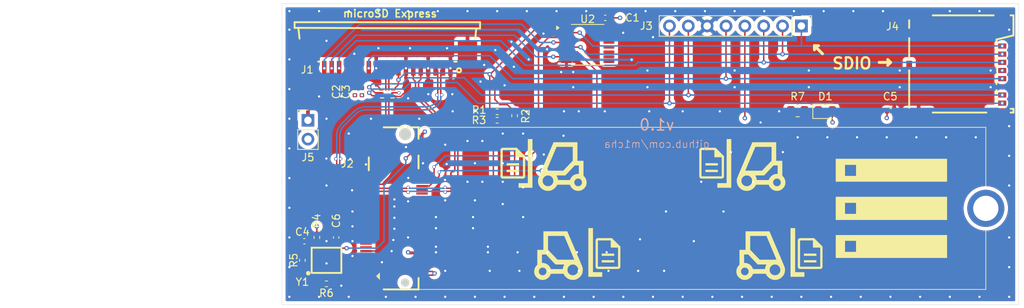
<source format=kicad_pcb>
(kicad_pcb (version 20241229) (generator "pcbnew") (generator_version "9.0")
  (layers (0 "F.Cu" signal) (4 "In1.Cu" power "In1.GND.Cu") (6 "In2.Cu" power "In2.VCC.Cu") (8 "In3.Cu" power "In3.VCC.Cu") (10 "In4.Cu" power "In4.GND.Cu") (2 "B.Cu" signal) (13 "F.Paste" user) (15 "B.Paste" user) (5 "F.SilkS" user "F.Silkscreen") (7 "B.SilkS" user "B.Silkscreen") (1 "F.Mask" user) (3 "B.Mask" user) (25 "Edge.Cuts" user))
  (net 0 "")
  (net 1 "+3V3")
  (net 2 "GND")
  (net 3 "Net-(Y1-VDD)")
  (net 4 "Net-(D1-K)")
  (net 5 "CMD")
  (net 6 "DAT2")
  (net 7 "CLK")
  (net 8 "DAT0")
  (net 9 "DAT3{slash}CD")
  (net 10 "DAT1")
  (net 11 "+1V8")
  (net 12 "PCIe_RX-")
  (net 13 "~{CLKREQ}{slash}DAT2")
  (net 14 "PCIe_TX+")
  (net 15 "~{PERST}{slash}DAT3{slash}CD")
  (net 16 "PCIe_TX-")
  (net 17 "PCIe_RX+")
  (net 18 "Net-(J2-VIO_1.8V)")
  (net 19 "Net-(J2-DEVSLP)")
  (net 20 "~{LED1}")
  (net 21 "REFCLK+")
  (net 22 "REFCLK-")
  (net 23 "~{CLKREQ}")
  (net 24 "~{PERST}")
  (net 25 "SUSCLK")
  (net 58 "DATx{slash}REFCLK+")
  (net 59 "DATx{slash}REFCLK-")
  (net 65 "unconnected-(U2-S3B-Pad10)")
  (net 68 "Net-(Y1-Tri-state)")
  (net 69 "Net-(J5-Pin_1)")
  (footprint "Capacitor_SMD:C_0402_1005Metric" (layer "F.Cu") (at 162.02 88)
    (property "Reference" "C5")
    (property "Value" "0.1uF")
  )
  (footprint "Resistor_SMD:R_0402_1005Metric" (layer "F.Cu") (at 84.7 105 -90)
    (property "Reference" "R4")
    (property "Value" "0")
  )
  (footprint "Capacitor_SMD:C_0402_1005Metric" (layer "F.Cu") (at 90.77 85.35 90)
    (property "Reference" "C3")
    (property "Value" "0.1uF" (hide yes))
  )
  (footprint "Resistor_SMD:R_0402_1005Metric" (layer "F.Cu") (at 111.35 88.59 -90)
    (property "Reference" "R2")
    (property "Value" "0")
  )
  (footprint "LOGO" (layer "F.Cu") (at 137.900332 94.99)
    (property "Reference" "G***" (hide yes))
    (property "Value" "LOGO" (hide yes))
  )
  (footprint "m1cha:CONN-SMD_APCI0146-P001A" (layer "F.Cu") (at 95.1 101.08 90)
    (property "Reference" "J2")
    (property "Value" "Bus_M.2_Socket_M")
    (fp_circle (center 10 1.5) (end 10.8 1.5) (stroke (width 0.05)) (fill yes) (layer "Edge.Cuts"))
    (fp_circle (center -10 1.5) (end -9.45 1.5) (stroke (width 0.05)) (fill yes) (layer "Edge.Cuts"))
  )
  (footprint "m1cha:TMUXHS221NKGT" (layer "F.Cu") (at 94.2 85.5 180)
    (property "Reference" "U1" (hide yes))
    (property "Value" "~" (hide yes))
  )
  (footprint "Resistor_SMD:R_0402_1005Metric" (layer "F.Cu") (at 85.99 111.25 180)
    (property "Reference" "R6")
    (property "Value" "0")
  )
  (footprint "Connector_PinHeader_2.54mm:PinHeader_1x02_P2.54mm_Vertical" (layer "F.Cu") (at 83.5 89.21)
    (property "Reference" "J5")
    (property "Value" "Conn_01x02_Pin")
  )
  (footprint "Resistor_SMD:R_0402_1005Metric" (layer "F.Cu") (at 82.75 108.08 90)
    (property "Reference" "R5")
    (property "Value" "0")
  )
  (footprint "LOGO" (layer "F.Cu") (at 118.57 107.08)
    (property "Reference" "G***" (hide yes))
    (property "Value" "LOGO" (hide yes))
  )
  (footprint "m1cha:FPC-SMD_18P-P1.00_JS_AFA07-S18XXX" (layer "F.Cu") (at 94.2 81.075 180)
    (property "Reference" "J1")
    (property "Value" "~")
  )
  (footprint "Capacitor_SMD:C_0402_1005Metric" (layer "F.Cu") (at 123.56 75.41 180)
    (property "Reference" "C1")
    (property "Value" "0.1uF")
  )
  (footprint "Capacitor_SMD:C_0402_1005Metric" (layer "F.Cu") (at 87.3 105 90)
    (property "Reference" "C6")
    (property "Value" "15pF")
  )
  (footprint "LOGO" (layer "F.Cu") (at 123.93346 107.17)
    (property "Reference" "G***" (hide yes))
    (property "Value" "LOGO" (hide yes))
  )
  (footprint "Capacitor_SMD:C_0402_1005Metric" (layer "F.Cu") (at 89.826368 85.35 90)
    (property "Reference" "C2")
    (property "Value" "1uF" (hide yes))
  )
  (footprint "LOGO" (layer "F.Cu") (at 162.13 101.08)
    (property "Reference" "G***" (hide yes))
    (property "Value" "LOGO" (hide yes))
  )
  (footprint "Resistor_SMD:R_0805_2012Metric" (layer "F.Cu") (at 149.49 88 180)
    (property "Reference" "R7")
    (property "Value" "25")
  )
  (footprint "Connector_PinHeader_2.54mm:PinHeader_1x08_P2.54mm_Vertical" (layer "F.Cu") (at 150 76.5 -90)
    (property "Reference" "J3")
    (property "Value" "~")
  )
  (footprint "Resistor_SMD:R_0402_1005Metric" (layer "F.Cu") (at 109 89.21 180)
    (property "Reference" "R3")
    (property "Value" "10K")
  )
  (footprint "Package_SO:TSSOP-16_4.4x5mm_P0.65mm" (layer "F.Cu") (at 121.1975 79.025)
    (property "Reference" "U2")
    (property "Value" "~")
  )
  (footprint "LOGO" (layer "F.Cu") (at 143.263792 95.08)
    (property "Reference" "G***" (hide yes))
    (property "Value" "LOGO" (hide yes))
  )
  (footprint "Resistor_SMD:R_0402_1005Metric" (layer "F.Cu") (at 109 88.07)
    (property "Reference" "R1")
    (property "Value" "10K" (hide yes))
  )
  (footprint "LOGO" (layer "F.Cu") (at 116.47346 95.08)
    (property "Reference" "G***" (hide yes))
    (property "Value" "LOGO" (hide yes))
  )
  (footprint "LOGO" (layer "F.Cu") (at 111.11 94.99)
    (property "Reference" "G***" (hide yes))
    (property "Value" "LOGO" (hide yes))
  )
  (footprint "LOGO" (layer "F.Cu") (at 151.18 107.17)
    (property "Reference" "G***" (hide yes))
    (property "Value" "LOGO" (hide yes))
  )
  (footprint "m1cha:TF-SMD_503398-1892" (layer "F.Cu") (at 170.795 81.62 -90)
    (property "Reference" "J4")
    (property "Value" "~")
  )
  (footprint "Capacitor_SMD:C_0402_1005Metric" (layer "F.Cu") (at 83.02 105.51 180)
    (property "Reference" "C4")
    (property "Value" "0.1uF")
  )
  (footprint "LOGO" (layer "F.Cu") (at 145.81654 107.08)
    (property "Reference" "G***" (hide yes))
    (property "Value" "LOGO" (hide yes))
  )
  (footprint "m1cha:OSC-SMD_4P-L3.2-W2.5-BL_TG-5006CE" (layer "F.Cu") (at 86 108.08)
    (property "Reference" "Y1")
    (property "Value" "OK2EL89CJI-111YLC-32.768K")
  )
  (footprint "LED_SMD:LED_0805_2012Metric" (layer "F.Cu") (at 153.225 88.01)
    (property "Reference" "D1")
    (property "Value" "LED")
  )
  (gr_line (start 179.3 73.5) (end 179.3 114.08) (stroke (width 0.05)) (layer "Edge.Cuts"))
  (gr_line (start 80 73.5) (end 80 114.08) (stroke (width 0.05)) (layer "Edge.Cuts"))
  (gr_line (start 80 114.08) (end 179.3 114.08) (stroke (width 0.05)) (layer "Edge.Cuts"))
  (gr_line (start 80 73.5) (end 179.3 73.5) (stroke (width 0.05)) (layer "Edge.Cuts"))
  (gr_text "microSD Express" (at 94.56 74.83 0) (layer "F.SilkS") (effects (font (size 1 1) (thickness 0.2) (bold yes))))
  (gr_text "←" (at 150.51 79.37 315) (layer "F.SilkS") (effects (font (size 2 2) (thickness 0.4) (bold yes)) (justify left bottom)))
  (gr_text "SDIO" (at 154.01 81.55 0) (layer "F.SilkS") (effects (font (size 1.5 1.5) (thickness 0.3) (bold yes)) (justify left)))
  (gr_text "←" (at 162.75 81.55 180) (layer "F.SilkS") (effects (font (size 2 2) (thickness 0.4) (bold yes)) (justify left)))
  (gr_text "github.com/m1cha" (at 130.52 93.01 0) (layer "B.SilkS") (effects (font (size 1 1) (thickness 0.1)) (justify bottom mirror)))
  (gr_text "v1.0" (at 130.52 90.71 0) (layer "B.SilkS") (effects (font (size 1.5 1.5) (thickness 0.1875)) (justify bottom mirror)))
  (segment (start 124.04 75.41) (end 124.04 76.73) (width 0.2) (layer "F.Cu") (net 1))
  (segment (start 98.875 91.125) (end 99.25 90.75) (width 0.4) (layer "F.Cu") (net 1))
  (segment (start 154.1625 89.4625) (end 154.2 89.5) (width 0.2) (layer "F.Cu") (net 1))
  (segment (start 124.04 75.41) (end 125.56 75.41) (width 0.2) (layer "F.Cu") (net 1))
  (segment (start 98.875 106.08) (end 98.875 107.58) (width 0.4) (layer "F.Cu") (net 1))
  (segment (start 98.875 92.08) (end 98.875 93.08) (width 0.4) (layer "F.Cu") (net 1))
  (segment (start 161.54 88) (end 161.54 88.86) (width 0.2) (layer "F.Cu") (net 1))
  (segment (start 95.0075 85.5) (end 95.75 85.5) (width 0.2) (layer "F.Cu") (net 1))
  (segment (start 100.33 110.08) (end 100.56 109.85) (width 0.2) (layer "F.Cu") (net 1))
  (segment (start 98.875 107.08) (end 97.08 107.08) (width 0.4) (layer "F.Cu") (net 1))
  (segment (start 124.04 76.73) (end 124.06 76.75) (width 0.2) (layer "F.Cu") (net 1))
  (segment (start 98.875 109.58) (end 98.875 110.08) (width 0.2) (layer "F.Cu") (net 1))
  (segment (start 100.29 109.58) (end 100.56 109.85) (width 0.2) (layer "F.Cu") (net 1))
  (segment (start 84.7 104.49) (end 84.7 103.5) (width 0.2) (layer "F.Cu") (net 1))
  (segment (start 161.54 88.86) (end 161.5 88.9) (width 0.2) (layer "F.Cu") (net 1))
  (segment (start 98.875 92.58) (end 98.875 91.125) (width 0.4) (layer "F.Cu") (net 1))
  (segment (start 142.38 88.92) (end 142.38 76.5) (width 0.2) (layer "F.Cu") (net 1))
  (segment (start 98.875 110.08) (end 100.33 110.08) (width 0.2) (layer "F.Cu") (net 1))
  (segment (start 154.1625 88.01) (end 154.1625 89.4625) (width 0.2) (layer "F.Cu") (net 1))
  (segment (start 98.875 109.58) (end 100.29 109.58) (width 0.2) (layer "F.Cu") (net 1))
  (segment (start 97.08 107.08) (end 97 107) (width 0.4) (layer "F.Cu") (net 1))
  (via (at 97 107) (size 0.6) (drill 0.3) (layers "F.Cu" "B.Cu") (net 1))
  (via (at 84.7 103.5) (size 0.6) (drill 0.3) (layers "F.Cu" "B.Cu") (net 1))
  (via (at 161.5 88.9) (size 0.6) (drill 0.3) (layers "F.Cu" "B.Cu") (net 1))
  (via (at 89.826368 85.83) (size 0.45) (drill 0.3) (layers "F.Cu" "B.Cu") (net 1))
  (via (at 125.56 75.41) (size 0.6) (drill 0.3) (layers "F.Cu" "B.Cu") (net 1))
  (via (at 154.2 89.5) (size 0.6) (drill 0.3) (layers "F.Cu" "B.Cu") (net 1))
  (via (at 99.25 90.75) (size 0.6) (drill 0.3) (layers "F.Cu" "B.Cu") (net 1))
  (via (at 100.56 109.85) (size 0.6) (drill 0.3) (layers "F.Cu" "B.Cu") (net 1))
  (via (at 142.38 88.92) (size 0.6) (drill 0.3) (layers "F.Cu" "B.Cu") (net 1))
  (via (at 90.77 85.83) (size 0.45) (drill 0.3) (layers "F.Cu" "B.Cu") (net 1))
  (via (at 95.75 85.5) (size 0.45) (drill 0.3) (layers "F.Cu" "B.Cu") (net 1))
  (via (at 177.065 82.5) (size 0.6) (drill 0.3) (layers "F.Cu" "B.Cu") (net 1))
  (segment (start 91.325 110.33) (end 91.325 110.655) (width 0.2) (layer "F.Cu") (net 2))
  (segment (start 92.7 84.4075) (end 92.7 82.2) (width 0.2) (layer "F.Cu") (net 2))
  (segment (start 119.55 81.3) (end 119.83 81.58) (width 0.2) (layer "F.Cu") (net 2))
  (segment (start 124.06 77.4) (end 125.96 77.4) (width 0.2) (layer "F.Cu") (net 2))
  (segment (start 91.325 100.83) (end 95.14 100.83) (width 0.2) (layer "F.Cu") (net 2))
  (segment (start 117.24 81.3) (end 116.79 81.75) (width 0.2) (layer "F.Cu") (net 2))
  (segment (start 93.46 108.33) (end 93.47 108.34) (width 0.2) (layer "F.Cu") (net 2))
  (segment (start 93.67 97.83) (end 94.25 97.25) (width 0.2) (layer "F.Cu") (net 2))
  (segment (start 95.1085 86.001) (end 95.999 86.001) (width 0.2) (layer "F.Cu") (net 2))
  (segment (start 95 105.33) (end 95.01 105.34) (width 0.2) (layer "F.Cu") (net 2))
  (segment (start 94.61 99.33) (end 95.15 99.87) (width 0.2) (layer "F.Cu") (net 2))
  (segment (start 118.335 81.3) (end 117.24 81.3) (width 0.2) (layer "F.Cu") (net 2))
  (segment (start 91.325 91.505) (end 92.1 90.73) (width 0.2) (layer "F.Cu") (net 2))
  (segment (start 91.325 97.83) (end 93.67 97.83) (width 0.2) (layer "F.Cu") (net 2))
  (segment (start 86.5 111.25) (end 87.3 110.45) (width 0.2) (layer "F.Cu") (net 2))
  (segment (start 95.13 102.33) (end 95.15 102.35) (width 0.2) (layer "F.Cu") (net 2))
  (segment (start 87.3 110.45) (end 87.3 108.88) (width 0.2) (layer "F.Cu") (net 2))
  (segment (start 95.0075 85.9) (end 95.1085 86.001) (width 0.2) (layer "F.Cu") (net 2))
  (segment (start 91.325 102.33) (end 95.13 102.33) (width 0.2) (layer "F.Cu") (net 2))
  (segment (start 91.325 105.33) (end 95 105.33) (width 0.2) (layer "F.Cu") (net 2))
  (segment (start 91.325 110.655) (end 92.1 111.43) (width 0.2) (layer "F.Cu") (net 2))
  (segment (start 125.96 77.4) (end 125.98 77.42) (width 0.2) (layer "F.Cu") (net 2))
  (segment (start 91.325 91.83) (end 91.325 91.505) (width 0.2) (layer "F.Cu") (net 2))
  (segment (start 91.325 108.33) (end 93.46 108.33) (width 0.2) (layer "F.Cu") (net 2))
  (segment (start 91.325 96.33) (end 91.325 95.165) (width 0.2) (layer "F.Cu") (net 2))
  (segment (start 118.335 81.3) (end 119.55 81.3) (width 0.2) (layer "F.Cu") (net 2))
  (segment (start 96.7 85.3) (end 96.7 82.2) (width 0.2) (layer "F.Cu") (net 2))
  (segment (start 91.325 91.83) (end 92.83 91.83) (width 0.2) (layer "F.Cu") (net 2))
  (segment (start 91.325 106.83) (end 94.77 106.83) (width 0.2) (layer "F.Cu") (net 2))
  (segment (start 94.77 106.83) (end 94.78 106.84) (width 0.2) (layer "F.Cu") (net 2))
  (segment (start 109.51 88.07) (end 109.51 89.21) (width 0.2) (layer "F.Cu") (net 2))
  (segment (start 91.325 103.83) (end 95.15 103.83) (width 0.2) (layer "F.Cu") (net 2))
  (segment (start 92.83 91.83) (end 93 92) (width 0.2) (layer "F.Cu") (net 2))
  (segment (start 95.999 86.001) (end 96.7 85.3) (width 0.2) (layer "F.Cu") (net 2))
  (segment (start 91.325 95.165) (end 91.32 95.16) (width 0.2) (layer "F.Cu") (net 2))
  (segment (start 91.325 109.83) (end 91.325 110.33) (width 0.2) (layer "F.Cu") (net 2))
  (segment (start 91.325 91.83) (end 91.325 92.83) (width 0.2) (layer "F.Cu") (net 2))
  (segment (start 91.325 99.33) (end 94.61 99.33) (width 0.2) (layer "F.Cu") (net 2))
  (segment (start 93.3925 85.1) (end 92.7 84.4075) (width 0.2) (layer "F.Cu") (net 2))
  (via (at 85 113) (size 0.6) (drill 0.3) (layers "F.Cu" "B.Cu") (net 2))
  (via (at 137 74.5) (size 0.6) (drill 0.3) (layers "F.Cu" "B.Cu") (net 2))
  (via (at 169.5 91.5) (size 0.6) (drill 0.3) (layers "F.Cu" "B.Cu") (net 2))
  (via (at 144.5 89.5) (size 0.6) (drill 0.3) (layers "F.Cu" "B.Cu") (net 2))
  (via (at 86 78.5) (size 0.6) (drill 0.3) (layers "F.Cu" "B.Cu") (net 2))
  (via (at 107.75 106.25) (size 0.6) (drill 0.3) (layers "F.Cu" "B.Cu") (net 2))
  (via (at 99 95) (size 0.6) (drill 0.3) (layers "F.Cu" "B.Cu") (net 2))
  (via (at 106.75 84) (size 0.6) (drill 0.3) (layers "F.Cu" "B.Cu") (net 2))
  (via (at 141 84.75) (size 0.6) (drill 0.3) (layers "F.Cu" "B.Cu") (net 2))
  (via (at 93 74.5) (size 0.6) (drill 0.3) (layers "F.Cu" "B.Cu") (net 2))
  (via (at 106 113) (size 0.6) (drill 0.3) (layers "F.Cu" "B.Cu") (net 2))
  (via (at 113 88) (size 0.6) (drill 0.3) (layers "F.Cu" "B.Cu") (net 2))
  (via (at 109.75 91) (size 0.6) (drill 0.3) (layers "F.Cu" "B.Cu") (net 2))
  (via (at 130 78) (size 0.6) (drill 0.3) (layers "F.Cu" "B.Cu") (net 2))
  (via (at 100.75 102.25) (size 0.6) (drill 0.3) (layers "F.Cu" "B.Cu") (net 2))
  (via (at 102 100) (size 0.6) (drill 0.3) (layers "F.Cu" "B.Cu") (net 2))
  (via (at 178 105) (size 0.6) (drill 0.3) (layers "F.Cu" "B.Cu") (net 2))
  (via (at 107 92) (size 0.6) (drill 0.3) (layers "F.Cu" "B.Cu") (net 2))
  (via (at 102 113) (size 0.6) (drill 0.3) (layers "F.Cu" "B.Cu") (net 2))
  (via (at 81 113) (size 0.6) (drill 0.3) (layers "F.Cu" "B.Cu") (net 2))
  (via (at 103 88) (size 0.6) (drill 0.3) (layers "F.Cu" "B.Cu") (net 2))
  (via (at 112 109.5) (size 0.6) (drill 0.3) (layers "F.Cu" "B.Cu") (net 2))
  (via (at 105.75 103.75) (size 0.6) (drill 0.3) (layers "F.Cu" "B.Cu") (net 2))
  (via (at 158 113) (size 0.6) (drill 0.3) (layers "F.Cu" "B.Cu") (net 2))
  (via (at 178 98) (size 0.6) (drill 0.3) (layers "F.Cu" "B.Cu") (net 2))
  (via (at 131.75 101.5) (size 0.6) (drill 0.3) (layers "F.Cu" "B.Cu") (net 2))
  (via (at 88 111.5) (size 0.6) (drill 0.3) (layers "F.Cu" "B.Cu") (net 2))
  (via (at 89.75 80.25) (size 0.6) (drill 0.3) (layers "F.Cu" "B.Cu") (net 2))
  (via (at 96.710329 92.820379) (size 0.6) (drill 0.3) (layers "F.Cu" "B.Cu") (net 2))
  (via (at 109.75 100.5) (size 0.6) (drill 0.3) (layers "F.Cu" "B.Cu") (net 2))
  (via (at 95.15 99.87) (size 0.6) (drill 0.3) (layers "F.Cu" "B.Cu") (net 2))
  (via (at 125.98 77.42) (size 0.6) (drill 0.3) (layers "F.Cu" "B.Cu") (net 2))
  (via (at 166 113) (size 0.6) (drill 0.3) (layers "F.Cu" "B.Cu") (net 2))
  (via (at 117.62 82.71) (size 0.6) (drill 0.3) (layers "F.Cu" "B.Cu") (net 2))
  (via (at 97 86.25) (size 0.6) (drill 0.3) (layers "F.Cu" "B.Cu") (net 2))
  (via (at 117 74.5) (size 0.6) (drill 0.3) (layers "F.Cu" "B.Cu") (net 2))
  (via (at 111.75 107) (size 0.6) (drill 0.3) (layers "F.Cu" "B.Cu") (net 2))
  (via (at 170 74.5) (size 0.6) (drill 0.3) (layers "F.Cu" "B.Cu") (net 2))
  (via (at 97.02 96.98) (size 0.6) (drill 0.3) (layers "F.Cu" "B.Cu") (net 2))
  (via (at 175.5 84.75) (size 0.6) (drill 0.3) (layers "F.Cu" "B.Cu") (net 2))
  (via (at 94 113) (size 0.6) (drill 0.3) (layers "F.Cu" "B.Cu") (net 2))
  (via (at 97 105) (size 0.6) (drill 0.3) (layers "F.Cu" "B.Cu") (net 2))
  (via (at 85 74.5) (size 0.6) (drill 0.3) (layers "F.Cu" "B.Cu") (net 2))
  (via (at 92 89) (size 0.6) (drill 0.3) (layers "F.Cu" "B.Cu") (net 2))
  (via (at 123.5 88) (size 0.6) (drill 0.3) (layers "F.Cu" "B.Cu") (net 2))
  (via (at 140.5 93.5) (size 0.6) (drill 0.3) (layers "F.Cu" "B.Cu") (net 2))
  (via (at 89.5 107.5) (size 0.6) (drill 0.3) (layers "F.Cu" "B.Cu") (net 2))
  (via (at 134 88) (size 0.6) (drill 0.3) (layers "F.Cu" "B.Cu") (net 2))
  (via (at 91.32 95.16) (size 0.6) (drill 0.3) (layers "F.Cu" "B.Cu") (net 2))
  (via (at 115.24 77.53) (size 0.6) (drill 0.3) (layers "F.Cu" "B.Cu") (net 2))
  (via (at 99.7 82.2) (size 0.45) (drill 0.3) (layers "F.Cu" "B.Cu") (net 2))
  (via (at 107 97.5) (size 0.6) (drill 0.3) (layers "F.Cu" "B.Cu") (net 2))
  (via (at 149 74.5) (size 0.6) (drill 0.3) (layers "F.Cu" "B.Cu") (net 2))
  (via (at 115.72 79.64) (size 0.6) (drill 0.3) (layers "F.Cu" "B.Cu") (net 2))
  (via (at 100.75 107) (size 0.6) (drill 0.3) (layers "F.Cu" "B.Cu") (net 2))
  (via (at 102.7 82.2) (size 0.45) (drill 0.3) (layers "F.Cu" "B.Cu") (net 2))
  (via (at 153 74.5) (size 0.6) (drill 0.3) (layers "F.Cu" "B.Cu") (net 2))
  (via (at 113 74.5) (size 0.6) (drill 0.3) (layers "F.Cu" "B.Cu") (net 2))
  (via (at 110.92 78.62) (size 0.6) (drill 0.3) (layers "F.Cu" "B.Cu") (net 2))
  (via (at 129.25 84.75) (size 0.6) (drill 0.3) (layers "F.Cu" "B.Cu") (net 2))
  (via (at 139.5 101.5) (size 0.6) (drill 0.3) (layers "F.Cu" "B.Cu") (net 2))
  (via (at 95.14 100.83) (size 0.6) (drill 0.3) (layers "F.Cu" "B.Cu") (net 2))
  (via (at 93 79.5) (size 0.6) (drill 0.3) (layers "F.Cu" "B.Cu") (net 2))
  (via (at 127.12 81.05) (size 0.6) (drill 0.3) (layers "F.Cu" "B.Cu") (net 2))
  (via (at 123.75 107) (size 0.6) (drill 0.3) (layers "F.Cu" "B.Cu") (net 2))
  (via (at 157 74.5) (size 0.6) (drill 0.3) (layers "F.Cu" "B.Cu") (net 2))
  (via (at 81 81) (size 0.6) (drill 0.3) (layers "F.Cu" "B.Cu") (net 2))
  (via (at 105 97.5) (size 0.6) (drill 0.3) (layers "F.Cu" "B.Cu") (net 2))
  (via (at 147 88) (size 0.6) (drill 0.3) (layers "F.Cu" "B.Cu") (net 2))
  (via (at 118 113) (size 0.6) (drill 0.3) (layers "F.Cu" "B.Cu") (net 2))
  (via (at 163.25 84.75) (size 0.6) (drill 0.3) (layers "F.Cu" "B.Cu") (net 2))
  (via (at 118 88) (size 0.6) (drill 0.3) (layers "F.Cu" "B.Cu") (net 2))
  (via (at 133 74.5) (size 0.6) (drill 0.3) (layers "F.Cu" "B.Cu") (net 2))
  (via (at 97 74.5) (size 0.6) (drill 0.3) (layers "F.Cu" "B.Cu") (net 2))
  (via (at 96.7 82.2) (size 0.45) (drill 0.3) (layers "F.Cu" "B.Cu") (net 2))
  (via (at 102.96 85.69) (size 0.6) (drill 0.3) (layers "F.Cu" "B.Cu") (net 2))
  (via (at 81 74.5) (size 0.6) (drill 0.3) (layers "F.Cu" "B.Cu") (net 2))
  (via (at 98 113) (size 0.6) (drill 0.3) (layers "F.Cu" "B.Cu") (net 2))
  (via (at 99.72 85.69) (size 0.6) (drill 0.3) (layers "F.Cu" "B.Cu") (net 2))
  (via (at 107.25 81.75) (size 0.6) (drill 0.3) (layers "F.Cu" "B.Cu") (net 2))
  (via (at 94.78 106.84) (size 0.6) (drill 0.3) (layers "F.Cu" "B.Cu") (net 2))
  (via (at 161 74.5) (size 0.6) (drill 0.3) (layers "F.Cu" "B.Cu") (net 2))
  (via (at 161.5 91.5) (size 0.6) (drill 0.3) (layers "F.Cu" "B.Cu") (net 2))
  (via (at 81 109) (size 0.6) (drill 0.3) (layers "F.Cu" "B.Cu") (net 2))
  (via (at 97 100.13) (size 0.6) (drill 0.3) (layers "F.Cu" "B.Cu") (net 2))
  (via (at 89.21 94.41) (size 0.6) (drill 0.3) (layers "F.Cu" "B.Cu") (net 2))
  (via (at 119.75 107) (size 0.6) (drill 0.3) (layers "F.Cu" "B.Cu") (net 2))
  (via (at 86 89) (size 0.6) (drill 0.3) (layers "F.Cu" "B.Cu") (net 2))
  (via (at 165.5 91.5) (size 0.6) (drill 0.3) (layers "F.Cu" "B.Cu") (net 2))
  (via (at 81 101) (size 0.6) (drill 0.3) (layers "F.Cu" "B.Cu") (net 2))
  (via (at 105 92) (size 0.6) (drill 0.3) (layers "F.Cu" "B.Cu") (net 2))
  (via (at 109 74.5) (size 0.6) (drill 0.3) (layers "F.Cu" "B.Cu") (net 2))
  (via (at 93.47 108.34) (size 0.6) (drill 0.3) (layers "F.Cu" "B.Cu") (net 2))
  (via (at 106 100) (size 0.6) (drill 0.3) (layers "F.Cu" "B.Cu") (net 2))
  (via (at 112.5 98.25) (size 0.6) (drill 0.3) (layers "F.Cu" "B.Cu") (net 2))
  (via (at 100.75 103.75) (size 0.6) (drill 0.3) (layers "F.Cu" "B.Cu") (net 2))
  (via (at 124 109.5) (size 0.6) (drill 0.3) (layers "F.Cu" "B.Cu") (net 2))
  (via (at 88 86) (size 0.6) (drill 0.3) (layers "F.Cu" "B.Cu") (net 2))
  (via (at 178 77) (size 0.6) (drill 0.3) (layers "F.Cu" "B.Cu") (net 2))
  (via (at 151 84.75) (size 0.6) (drill 0.3) (layers "F.Cu" "B.Cu") (net 2))
  (via (at 136.5 97.5) (size 0.6) (drill 0.3) (layers "F.Cu" "B.Cu") (net 2))
  (via (at 81 85) (size 0.6) (drill 0.3) (layers "F.Cu" "B.Cu") (net 2))
  (via (at 178 90) (size 0.6) (drill 0.3) (layers "F.Cu" "B.Cu") (net 2))
  (via (at 100.75 106.25) (size 0.6) (drill 0.3) (layers "F.Cu" "B.Cu") (net 2))
  (via (at 98.5 89) (size 0.6) (drill 0.3) (layers "F.Cu" "B.Cu") (net 2))
  (via (at 108 109.5) (size 0.6) (drill 0.3) (layers "F.Cu" "B.Cu") (net 2))
  (via (at 129.25 82.5) (size 0.6) (drill 0.3) (layers "F.Cu" "B.Cu") (net 2))
  (via (at 163.25 82.5) (size 0.6) (drill 0.3) (layers "F.Cu" "B.Cu") (net 2))
  (via (at 146 113) (size 0.6) (drill 0.3) (layers "F.Cu" "B.Cu") (net 2))
  (via (at 119.25 82.71) (size 0.6) (drill 0.3) (layers "F.Cu" "B.Cu") (net 2))
  (via (at 105 74.5) (size 0.6) (drill 0.3) (layers "F.Cu" "B.Cu") (net 2))
  (via (at 142 113) (size 0.6) (drill 0.3) (layers "F.Cu" "B.Cu") (net 2))
  (via (at 86 98) (size 0.6) (drill 0.3) (layers "F.Cu" "B.Cu") (net 2))
  (via (at 114 113) (size 0.6) (drill 0.3) (layers "F.Cu" "B.Cu") (net 2))
  (via (at 81 105) (size 0.6) (drill 0.3) (layers "F.Cu" "B.Cu") (net 2))
  (via (at 89.5 105.5) (size 0.6) (drill 0.3) (layers "F.Cu" "B.Cu") (net 2))
  (via (at 89 74.5) (size 0.6) (drill 0.3) (layers "F.Cu" "B.Cu") (net 2))
  (via (at 147.5 93.5) (size 0.6) (drill 0.3) (layers "F.Cu" "B.Cu") (net 2))
  (via (at 131.5 109.5) (size 0.6) (drill 0.3) (layers "F.Cu" "B.Cu") (net 2))
  (via (at 115.75 107) (size 0.6) (drill 0.3) (layers "F.Cu" "B.Cu") (net 2))
  (via (at 134 113) (size 0.6) (drill 0.3) (layers "F.Cu" "B.Cu") (net 2))
  (via (at 115.28 93.82) (size 0.6) (drill 0.3) (layers "F.Cu" "B.Cu") (net 2))
  (via (at 143.5 97.5) (size 0.6) (drill 0.3) (layers "F.Cu" "B.Cu") (net 2))
  (via (at 97.25 79.5) (size 0.6) (drill 0.3) (layers "F.Cu" "B.Cu") (net 2))
  (via (at 178 113) (size 0.6) (drill 0.3) (layers "F.Cu" "B.Cu") (net 2))
  (via (at 86 105.5) (size 0.6) (drill 0.3) (layers "F.Cu" "B.Cu") (net 2))
  (via (at 111.25 82) (size 0.6) (drill 0.3) (layers "F.Cu" "B.Cu") (net 2))
  (via (at 89 113) (size 0.6) (drill 0.3) (layers "F.Cu" "B.Cu") (net 2))
  (via (at 108.75 79.75) (size 0.6) (drill 0.3) (layers "F.Cu" "B.Cu") (net 2))
  (via (at 150 113) (size 0.6) (drill 0.3) (layers "F.Cu" "B.Cu") (net 2))
  (via (at 110 113) (size 0.6) (drill 0.3) (layers "F.Cu" "B.Cu") (net 2))
  (via (at 128 109.5) (size 0.6) (drill 0.3) (layers "F.Cu" "B.Cu") (net 2))
  (via (at 141 74.5) (size 0.6) (drill 0.3) (layers "F.Cu" "B.Cu") (net 2))
  (via (at 95.01 105.34) (size 0.6) (drill 0.3) (layers "F.Cu" "B.Cu") (net 2))
  (via (at 119.25 84.75) (size 0.6) (drill 0.3) (layers "F.Cu" "B.Cu") (net 2))
  (via (at 126 113) (size 0.6) (drill 0.3) (layers "F.Cu" "B.Cu") (net 2))
  (via (at 102 92.5) (size 0.6) (drill 0.3) (layers "F.Cu" "B.Cu") (net 2))
  (via (at 162 113) (size 0.6) (drill 0.3) (layers "F.Cu" "B.Cu") (net 2))
  (via (at 102.25 79.5) (size 0.6) (drill 0.3) (layers "F.Cu" "B.Cu") (net 2))
  (via (at 129 74.5) (size 0.6) (drill 0.3) (layers "F.Cu" "B.Cu") (net 2))
  (via (at 173.5 91.5) (size 0.6) (drill 0.3) (layers "F.Cu" "B.Cu") (net 2))
  (via (at 145 74.5) (size 0.6) (drill 0.3) (layers "F.Cu" "B.Cu") (net 2))
  (via (at 174 74.5) (size 0.6) (drill 0.3) (layers "F.Cu" "B.Cu") (net 2))
  (via (at 149.5 91.5) (size 0.6) (drill 0.3) (layers "F.Cu" "B.Cu") (net 2))
  (via (at 102.19 95.11) (size 0.6) (drill 0.3) (layers "F.Cu" "B.Cu") (net 2))
  (via (at 95.15 103.83) (size 0.6) (drill 0.3) (layers "F.Cu" "B.Cu") (net 2))
  (via (at 113.25 81) (size 0.6) (drill 0.3) (layers "F.Cu" "B.Cu") (net 2))
  (via (at 101.97 97.24) (size 0.6) (drill 0.3) (layers "F.Cu" "B.Cu") (net 2))
  (via (at 92.7 82.2) (size 0.45) (drill 0.3) (layers "F.Cu" "B.Cu") (net 2))
  (via (at 141 82.5) (size 0.6) (drill 0.3) (layers "F.Cu" "B.Cu") (net 2))
  (via (at 178 109) (size 0.6) (drill 0.3) (layers "F.Cu" "B.Cu") (net 2))
  (via (at 128.25 105.25) (size 0.6) (drill 0.3) (layers "F.Cu" "B.Cu") (net 2))
  (via (at 81 97) (size 0.6) (drill 0.3) (layers "F.Cu" "B.Cu") (net 2))
  (via (at 121 74.5) (size 0.6) (drill 0.3) (layers "F.Cu" "B.Cu") (net 2))
  (via (at 138 113) (size 0.6) (drill 0.3) (layers "F.Cu" "B.Cu") (net 2))
  (via (at 178 94) (size 0.6) (drill 0.3) (layers "F.Cu" "B.Cu") (net 2))
  (via (at 120 88) (size 0.6) (drill 0.3) (layers "F.Cu" "B.Cu") (net 2))
  (via (at 175.5 82.5) (size 0.6) (drill 0.3) (layers "F.Cu" "B.Cu") (net 2))
  (via (at 81 93) (size 0.6) (drill 0.3) (layers "F.Cu" "B.Cu") (net 2))
  (via (at 112.5 102.25) (size 0.6) (drill 0.3) (layers "F.Cu" "B.Cu") (net 2))
  (via (at 102 109.5) (size 0.6) (drill 0.3) (layers "F.Cu" "B.Cu") (net 2))
  (via (at 106 95) (size 0.6) (drill 0.3) (layers "F.Cu" "B.Cu") (net 2))
  (via (at 89.45 98.64) (size 0.6) (drill 0.3) (layers "F.Cu" "B.Cu") (net 2))
  (via (at 122 113) (size 0.6) (drill 0.3) (layers "F.Cu" "B.Cu") (net 2))
  (via (at 135.5 105.5) (size 0.6) (drill 0.3) (layers "F.Cu" "B.Cu") (net 2))
  (via (at 89.5 103.5) (size 0.6) (drill 0.3) (layers "F.Cu" "B.Cu") (net 2))
  (via (at 85 86) (size 0.6) (drill 0.3) (layers "F.Cu" "B.Cu") (net 2))
  (via (at 81 77) (size 0.6) (drill 0.3) (layers "F.Cu" "B.Cu") (net 2))
  (via (at 101 74.5) (size 0.6) (drill 0.3) (layers "F.Cu" "B.Cu") (net 2))
  (via (at 116 109.5) (size 0.6) (drill 0.3) (layers "F.Cu" "B.Cu") (net 2))
  (via (at 151 82.5) (size 0.6) (drill 0.3) (layers "F.Cu" "B.Cu") (net 2))
  (via (at 120 109.5) (size 0.6) (drill 0.3) (layers "F.Cu" "B.Cu") (net 2))
  (via (at 89 91) (size 0.6) (drill 0.3) (layers "F.Cu" "B.Cu") (net 2))
  (via (at 112.5 91) (size 0.6) (drill 0.3) (layers "F.Cu" "B.Cu") (net 2))
  (via (at 117.94 91.29) (size 0.6) (drill 0.3) (layers "F.Cu" "B.Cu") (net 2))
  (via (at 106 88) (size 0.6) (drill 0.3) (layers "F.Cu" "B.Cu") (net 2))
  (via (at 174 113) (size 0.6) (drill 0.3) (layers "F.Cu" "B.Cu") (net 2))
  (via (at 109.75 95) (size 0.6) (drill 0.3) (layers "F.Cu" "B.Cu") (net 2))
  (via (at 170 113) (size 0.6) (drill 0.3) (layers "F.Cu" "B.Cu") (net 2))
  (via (at 105.75 102.25) (size 0.6) (drill 0.3) (layers "F.Cu" "B.Cu") (net 2))
  (via (at 110 84.5) (size 0.6) (drill 0.3) (layers "F.Cu" "B.Cu") (net 2))
  (via (at 85.98 94.37) (size 0.6) (drill 0.3) (layers "F.Cu" "B.Cu") (net 2))
  (via (at 157.5 91.5) (size 0.6) (drill 0.3) (layers "F.Cu" "B.Cu") (net 2))
  (via (at 86 108.5) (size 0.6) (drill 0.3) (layers "F.Cu" "B.Cu") (net 2))
  (via (at 89.5 101.5) (size 0.6) (drill 0.3) (layers "F.Cu" "B.Cu") (net 2))
  (via (at 107.75 107) (size 0.6) (drill 0.3) (layers "F.Cu" "B.Cu") (net 2))
  (via (at 95.15 102.35) (size 0.6) (drill 0.3) (layers "F.Cu" "B.Cu") (net 2))
  (via (at 109.75 97.5) (size 0.6) (drill 0.3) (layers "F.Cu" "B.Cu") (net 2))
  (via (at 153.5 91.5) (size 0.6) (drill 0.3) (layers "F.Cu" "B.Cu") (net 2))
  (via (at 154 113) (size 0.6) (drill 0.3) (layers "F.Cu" "B.Cu") (net 2))
  (via (at 130 113) (size 0.6) (drill 0.3) (layers "F.Cu" "B.Cu") (net 2))
  (via (at 129.5 88) (size 0.6) (drill 0.3) (layers "F.Cu" "B.Cu") (net 2))
  (via (at 139 88) (size 0.6) (drill 0.3) (layers "F.Cu" "B.Cu") (net 2))
  (via (at 81 89) (size 0.6) (drill 0.3) (layers "F.Cu" "B.Cu") (net 2))
  (segment (start 84.7 105.51) (end 84.7 107.28) (width 0.2) (layer "F.Cu") (net 3))
  (segment (start 84.41 107.57) (end 84.7 107.28) (width 0.2) (layer "F.Cu") (net 3))
  (segment (start 84.7 105.51) (end 83.5 105.51) (width 0.2) (layer "F.Cu") (net 3))
  (segment (start 82.75 107.57) (end 84.41 107.57) (width 0.2) (layer "F.Cu") (net 3))
  (segment (start 152.2775 88) (end 152.2875 88.01) (width 0.2) (layer "F.Cu") (net 4))
  (segment (start 150.4025 88) (end 152.2775 88) (width 0.2) (layer "F.Cu") (net 4))
  (segment (start 144.92 76.5) (end 144.92 81.41) (width 0.2) (layer "F.Cu") (net 5))
  (via (at 144.92 81.41) (size 0.6) (drill 0.3) (layers "F.Cu" "B.Cu") (net 5))
  (via (at 177.065 81.4) (size 0.6) (drill 0.3) (layers "F.Cu" "B.Cu") (net 5))
  (via (at 87.7 82.2) (size 0.45) (drill 0.3) (layers "F.Cu" "B.Cu") (net 5))
  (segment (start 127.57 81.8) (end 112.8 81.8) (width 0.2) (layer "B.Cu") (net 5))
  (segment (start 109.5 78.5) (end 90 78.5) (width 0.2) (layer "B.Cu") (net 5))
  (segment (start 177.055 81.41) (end 177.065 81.4) (width 0.2) (layer "B.Cu") (net 5))
  (segment (start 112.8 81.8) (end 109.5 78.5) (width 0.2) (layer "B.Cu") (net 5))
  (segment (start 90 78.5) (end 87.7 80.8) (width 0.2) (layer "B.Cu") (net 5))
  (segment (start 144.92 81.41) (end 127.96 81.41) (width 0.2) (layer "B.Cu") (net 5))
  (segment (start 87.7 80.8) (end 87.7 82.2) (width 0.2) (layer "B.Cu") (net 5))
  (segment (start 144.92 81.41) (end 177.055 81.41) (width 0.2) (layer "B.Cu") (net 5))
  (segment (start 127.96 81.41) (end 127.57 81.8) (width 0.2) (layer "B.Cu") (net 5))
  (segment (start 120.11 77.4) (end 118.335 77.4) (width 0.2) (layer "F.Cu") (net 6))
  (via (at 120.11 77.4) (size 0.6) (drill 0.3) (layers "F.Cu" "B.Cu") (net 6))
  (via (at 177.065 79.2) (size 0.6) (drill 0.3) (layers "F.Cu" "B.Cu") (net 6))
  (segment (start 150 79.18) (end 150.01 79.19) (width 0.2) (layer "B.Cu") (net 6))
  (segment (start 150 76.5) (end 150 79.18) (width 0.2) (layer "B.Cu") (net 6))
  (segment (start 177.055 79.19) (end 177.065 79.2) (width 0.2) (layer "B.Cu") (net 6))
  (segment (start 150.01 79.19) (end 177.055 79.19) (width 0.2) (layer "B.Cu") (net 6))
  (segment (start 127.94 79.19) (end 150.01 79.19) (width 0.2) (layer "B.Cu") (net 6))
  (segment (start 121.9 79.19) (end 120.11 77.4) (width 0.2) (layer "B.Cu") (net 6))
  (segment (start 127.94 79.19) (end 121.9 79.19) (width 0.2) (layer "B.Cu") (net 6))
  (segment (start 139.84 76.5) (end 139.84 83.59) (width 0.2) (layer "F.Cu") (net 7))
  (segment (start 139.84 83.59) (end 139.83 83.6) (width 0.2) (layer "F.Cu") (net 7))
  (via (at 177.065 83.6) (size 0.6) (drill 0.3) (layers "F.Cu" "B.Cu") (net 7))
  (via (at 139.83 83.6) (size 0.6) (drill 0.3) (layers "F.Cu" "B.Cu") (net 7))
  (via (at 91.7 82.2) (size 0.45) (drill 0.3) (layers "F.Cu" "B.Cu") (net 7))
  (segment (start 108 80.5) (end 111.1 83.6) (width 0.2) (layer "B.Cu") (net 7))
  (segment (start 91.7 81.05) (end 92.25 80.5) (width 0.2) (layer "B.Cu") (net 7))
  (segment (start 111.1 83.6) (end 139.83 83.6) (width 0.2) (layer "B.Cu") (net 7))
  (segment (start 91.7 82.2) (end 91.7 81.05) (width 0.2) (layer "B.Cu") (net 7))
  (segment (start 92.25 80.5) (end 108 80.5) (width 0.2) (layer "B.Cu") (net 7))
  (segment (start 139.83 83.6) (end 177.065 83.6) (width 0.2) (layer "B.Cu") (net 7))
  (segment (start 92.529232 85.5) (end 91.779232 84.75) (width 0.2) (layer "F.Cu") (net 8))
  (segment (start 134.76 76.5) (end 134.76 85.79) (width 0.2) (layer "F.Cu") (net 8))
  (segment (start 91.779232 84.75) (end 91.75 84.75) (width 0.2) (layer "F.Cu") (net 8))
  (segment (start 134.76 85.79) (end 134.78 85.81) (width 0.2) (layer "F.Cu") (net 8))
  (segment (start 93.3925 85.5) (end 92.529232 85.5) (width 0.2) (layer "F.Cu") (net 8))
  (via (at 134.78 85.81) (size 0.6) (drill 0.3) (layers "F.Cu" "B.Cu") (net 8))
  (via (at 177.065 85.8) (size 0.6) (drill 0.3) (layers "F.Cu" "B.Cu") (net 8))
  (via (at 91.75 84.75) (size 0.6) (drill 0.3) (layers "F.Cu" "B.Cu") (net 8))
  (segment (start 91.75 84.75) (end 92.2 84.3) (width 0.2) (layer "B.Cu") (net 8))
  (segment (start 134.78 85.81) (end 106.89 85.81) (width 0.2) (layer "B.Cu") (net 8))
  (segment (start 106.89 85.81) (end 104.57 83.49) (width 0.2) (layer "B.Cu") (net 8))
  (segment (start 177.055 85.81) (end 177.065 85.8) (width 0.2) (layer "B.Cu") (net 8))
  (segment (start 134.78 85.81) (end 177.055 85.81) (width 0.2) (layer "B.Cu") (net 8))
  (segment (start 97.04 83.49) (end 104.57 83.49) (width 0.2) (layer "B.Cu") (net 8))
  (segment (start 96.23 84.3) (end 97.04 83.49) (width 0.2) (layer "B.Cu") (net 8))
  (segment (start 92.2 84.3) (end 96.23 84.3) (width 0.2) (layer "B.Cu") (net 8))
  (segment (start 147.46 76.5) (end 147.46 80.3) (width 0.2) (layer "F.Cu") (net 9))
  (segment (start 120.23 79.35) (end 118.335 79.35) (width 0.2) (layer "F.Cu") (net 9))
  (via (at 177.065 80.3) (size 0.6) (drill 0.3) (layers "F.Cu" "B.Cu") (net 9))
  (via (at 147.46 80.3) (size 0.6) (drill 0.3) (layers "F.Cu" "B.Cu") (net 9))
  (via (at 120.23 79.35) (size 0.6) (drill 0.3) (layers "F.Cu" "B.Cu") (net 9))
  (segment (start 121.18 80.3) (end 120.23 79.35) (width 0.2) (layer "B.Cu") (net 9))
  (segment (start 128.06 80.3) (end 121.18 80.3) (width 0.2) (layer "B.Cu") (net 9))
  (segment (start 128.06 80.3) (end 147.46 80.3) (width 0.2) (layer "B.Cu") (net 9))
  (segment (start 147.46 80.3) (end 177.065 80.3) (width 0.2) (layer "B.Cu") (net 9))
  (segment (start 132.22 76.5) (end 132.22 86.91) (width 0.2) (layer "F.Cu") (net 10))
  (segment (start 132.22 86.91) (end 132.23 86.92) (width 0.2) (layer "F.Cu") (net 10))
  (segment (start 93.3925 85.9) (end 92.15 85.9) (width 0.2) (layer "F.Cu") (net 10))
  (segment (start 92.15 85.9) (end 91.75 85.5) (width 0.2) (layer "F.Cu") (net 10))
  (via (at 91.75 85.5) (size 0.6) (drill 0.3) (layers "F.Cu" "B.Cu") (net 10))
  (via (at 177.065 86.9) (size 0.6) (drill 0.3) (layers "F.Cu" "B.Cu") (net 10))
  (via (at 132.23 86.92) (size 0.6) (drill 0.3) (layers "F.Cu" "B.Cu") (net 10))
  (segment (start 106.42 86.92) (end 132.23 86.92) (width 0.2) (layer "B.Cu") (net 10))
  (segment (start 103.63 84.13) (end 106.42 86.92) (width 0.2) (layer "B.Cu") (net 10))
  (segment (start 91.779232 85.5) (end 92.279232 85) (width 0.2) (layer "B.Cu") (net 10))
  (segment (start 91.75 85.5) (end 91.779232 85.5) (width 0.2) (layer "B.Cu") (net 10))
  (segment (start 132.23 86.92) (end 177.045 86.92) (width 0.2) (layer "B.Cu") (net 10))
  (segment (start 96.42 85) (end 97.29 84.13) (width 0.2) (layer "B.Cu") (net 10))
  (segment (start 97.29 84.13) (end 103.63 84.13) (width 0.2) (layer "B.Cu") (net 10))
  (segment (start 177.045 86.92) (end 177.065 86.9) (width 0.2) (layer "B.Cu") (net 10))
  (segment (start 92.279232 85) (end 96.42 85) (width 0.2) (layer "B.Cu") (net 10))
  (segment (start 108 83) (end 108.69 83.69) (width 0.2) (layer "F.Cu") (net 11))
  (segment (start 108 87.58) (end 108.49 88.07) (width 0.2) (layer "F.Cu") (net 11))
  (segment (start 114.31 76.75) (end 118.335 76.75) (width 0.2) (layer "F.Cu") (net 11))
  (segment (start 108 83) (end 108 87.58) (width 0.2) (layer "F.Cu") (net 11))
  (segment (start 109.38 87.1) (end 110.37 87.1) (width 0.2) (layer "F.Cu") (net 11))
  (segment (start 95.7 82.2) (end 95.7 83.75) (width 0.2) (layer "F.Cu") (net 11))
  (segment (start 95.7 84.4075) (end 95.0075 85.1) (width 0.2) (layer "F.Cu") (net 11))
  (segment (start 95.7 83.75) (end 95.7 84.4075) (width 0.2) (layer "F.Cu") (net 11))
  (segment (start 108.69 83.69) (end 108.69 86.41) (width 0.2) (layer "F.Cu") (net 11))
  (segment (start 110.37 87.1) (end 111.35 88.08) (width 0.2) (layer "F.Cu") (net 11))
  (segment (start 108 83) (end 108.06 83) (width 0.2) (layer "F.Cu") (net 11))
  (segment (start 108.06 83) (end 114.31 76.75) (width 0.2) (layer "F.Cu") (net 11))
  (segment (start 108.69 86.41) (end 109.38 87.1) (width 0.2) (layer "F.Cu") (net 11))
  (via (at 108 83) (size 0.6) (drill 0.3) (layers "F.Cu" "B.Cu") (net 11))
  (via (at 95.7 83.75) (size 0.6) (drill 0.3) (layers "F.Cu" "B.Cu") (net 11))
  (segment (start 107.85 82.85) (end 108 83) (width 0.2) (layer "B.Cu") (net 11))
  (segment (start 95.7 83.75) (end 96.6 82.85) (width 0.2) (layer "B.Cu") (net 11))
  (segment (start 96.6 82.85) (end 107.85 82.85) (width 0.2) (layer "B.Cu") (net 11))
  (segment (start 87.2534 94.41) (end 87.375783 94.532383) (width 0.205232) (layer "F.Cu") (net 12))
  (segment (start 90.162499 100.33) (end 91.325 100.33) (width 0.205232) (layer "F.Cu") (net 12))
  (segment (start 88.081197 99.460003) (end 88.199997 99.578803) (width 0.205232) (layer "F.Cu") (net 12))
  (segment (start 89.903015 100.284216) (end 90.116715 100.284216) (width 0.205232) (layer "F.Cu") (net 12))
  (segment (start 100.7 82.2) (end 100.995783 82.495783) (width 0.205232) (layer "F.Cu") (net 12))
  (segment (start 90.116715 100.284216) (end 90.162499 100.33) (width 0.205232) (layer "F.Cu") (net 12))
  (segment (start 100.995783 85.677617) (end 100.8734 85.8) (width 0.205232) (layer "F.Cu") (net 12))
  (segment (start 87.375783 94.532383) (end 87.375783 97.756984) (width 0.205232) (layer "F.Cu") (net 12))
  (segment (start 100.995783 82.495783) (end 100.995783 85.677617) (width 0.205232) (layer "F.Cu") (net 12))
  (via (at 100.8734 85.8) (size 0.45) (drill 0.3) (layers "F.Cu" "B.Cu") (net 12))
  (via (at 87.2534 94.41) (size 0.45) (drill 0.3) (layers "F.Cu" "B.Cu") (net 12))
  (arc (start 88.081197 99.460003) (mid 87.559114 98.678651) (end 87.375783 97.756984) (width 0.205232) (layer "F.Cu") (net 12))
  (arc (start 88.199997 99.578803) (mid 88.981348 100.100885) (end 89.903015 100.284216) (width 0.205232) (layer "F.Cu") (net 12))
  (segment (start 87.375783 91.333016) (end 87.375783 94.287617) (width 0.205232) (layer "B.Cu") (net 12))
  (segment (start 100.849337 86.720427) (end 100.759766 86.809998) (width 0.205232) (layer "B.Cu") (net 12))
  (segment (start 99.345553 87.395784) (end 91.313015 87.395784) (width 0.205232) (layer "B.Cu") (net 12))
  (segment (start 87.375783 94.287617) (end 87.2534 94.41) (width 0.205232) (layer "B.Cu") (net 12))
  (segment (start 89.609996 88.101198) (end 88.081196 89.629998) (width 0.205232) (layer "B.Cu") (net 12))
  (segment (start 100.995784 85.922384) (end 100.995784 86.366873) (width 0.205232) (layer "B.Cu") (net 12))
  (segment (start 100.8734 85.8) (end 100.995784 85.922384) (width 0.205232) (layer "B.Cu") (net 12))
  (arc (start 100.849337 86.720427) (mid 100.957724 86.558215) (end 100.995784 86.366873) (width 0.205232) (layer "B.Cu") (net 12))
  (arc (start 91.313015 87.395784) (mid 90.391348 87.579115) (end 89.609996 88.101198) (width 0.205232) (layer "B.Cu") (net 12))
  (arc (start 100.759766 86.809998) (mid 100.11092 87.243543) (end 99.345553 87.395784) (width 0.205232) (layer "B.Cu") (net 12))
  (arc (start 87.375783 91.333016) (mid 87.559114 90.411349) (end 88.081196 89.629998) (width 0.205232) (layer "B.Cu") (net 12))
  (segment (start 116.59 78.72) (end 118.315 78.72) (width 0.2) (layer "F.Cu") (net 13))
  (segment (start 118.315 78.72) (end 118.335 78.7) (width 0.2) (layer "F.Cu") (net 13))
  (via (at 85.7 82.2) (size 0.45) (drill 0.3) (layers "F.Cu" "B.Cu") (net 13))
  (via (at 116.59 78.72) (size 0.6) (drill 0.3) (layers "F.Cu" "B.Cu") (net 13))
  (segment (start 114.01 77.98) (end 114.75 78.72) (width 0.2) (layer "B.Cu") (net 13))
  (segment (start 100 76.25) (end 112.28 76.25) (width 0.2) (layer "B.Cu") (net 13))
  (segment (start 85.7 82.2) (end 85.7 81.05) (width 0.2) (layer "B.Cu") (net 13))
  (segment (start 90.5 76.25) (end 100 76.25) (width 0.2) (layer "B.Cu") (net 13))
  (segment (start 85.7 81.05) (end 90.5 76.25) (width 0.2) (layer "B.Cu") (net 13))
  (segment (start 114.75 78.72) (end 116.59 78.72) (width 0.2) (layer "B.Cu") (net 13))
  (segment (start 112.28 76.25) (end 114.01 77.98) (width 0.2) (layer "B.Cu") (net 13))
  (segment (start 96.877617 98.375783) (end 97 98.2534) (width 0.205232) (layer "F.Cu") (net 14))
  (segment (start 102.122383 98.375783) (end 102.628304 98.375783) (width 0.205232) (layer "F.Cu") (net 14))
  (segment (start 103.055784 96.72998) (end 103.008954 96.72998) (width 0.205232) (layer "F.Cu") (net 14))
  (segment (start 97.7 83.700001) (end 97.7 82.2) (width 0.205232) (layer "F.Cu") (net 14))
  (segment (start 102.981858 98.229336) (end 103.149338 98.061856) (width 0.205232) (layer "F.Cu") (net 14))
  (segment (start 103.008954 96.12998) (end 103.055784 96.12998) (width 0.205232) (layer "F.Cu") (net 14))
  (segment (start 97.995784 83.995785) (end 97.7 83.700001) (width 0.205232) (layer "F.Cu") (net 14))
  (segment (start 103.295784 95.088911) (end 103.295784 92.163017) (width 0.205232) (layer "F.Cu") (net 14))
  (segment (start 102 98.2534) (end 102.122383 98.375783) (width 0.205232) (layer "F.Cu") (net 14))
  (segment (start 91.370783 98.375783) (end 96.877617 98.375783) (width 0.205232) (layer "F.Cu") (net 14))
  (segment (start 103.295784 97.708303) (end 103.295784 96.96998) (width 0.205232) (layer "F.Cu") (net 14))
  (segment (start 102.709997 90.748803) (end 98.701197 86.740003) (width 0.205232) (layer "F.Cu") (net 14))
  (segment (start 102.768954 96.48998) (end 102.768954 96.36998) (width 0.205232) (layer "F.Cu") (net 14))
  (segment (start 103.295784 95.88998) (end 103.295784 95.76998) (width 0.205232) (layer "F.Cu") (net 14))
  (segment (start 91.325 98.33) (end 91.370783 98.375783) (width 0.205232) (layer "F.Cu") (net 14))
  (segment (start 97.995784 85.036985) (end 97.995784 83.995785) (width 0.205232) (layer "F.Cu") (net 14))
  (segment (start 103.295784 95.76998) (end 103.295784 95.088911) (width 0.205232) (layer "F.Cu") (net 14))
  (via (at 102 98.2534) (size 0.45) (drill 0.3) (layers "F.Cu" "B.Cu") (net 14))
  (via (at 97 98.2534) (size 0.45) (drill 0.3) (layers "F.Cu" "B.Cu") (net 14))
  (arc (start 103.295784 92.163017) (mid 103.143543 91.39765) (end 102.709997 90.748803) (width 0.205232) (layer "F.Cu") (net 14))
  (arc (start 103.295784 96.96998) (mid 103.22549 96.800274) (end 103.055784 96.72998) (width 0.205232) (layer "F.Cu") (net 14))
  (arc (start 102.768954 96.36998) (mid 102.839248 96.200274) (end 103.008954 96.12998) (width 0.205232) (layer "F.Cu") (net 14))
  (arc (start 103.055784 96.12998) (mid 103.22549 96.059686) (end 103.295784 95.88998) (width 0.205232) (layer "F.Cu") (net 14))
  (arc (start 98.701197 86.740003) (mid 98.179115 85.958652) (end 97.995784 85.036985) (width 0.205232) (layer "F.Cu") (net 14))
  (arc (start 103.008954 96.72998) (mid 102.839248 96.659686) (end 102.768954 96.48998) (width 0.205232) (layer "F.Cu") (net 14))
  (arc (start 103.149338 98.061856) (mid 103.257724 97.899644) (end 103.295784 97.708303) (width 0.205232) (layer "F.Cu") (net 14))
  (arc (start 102.628304 98.375783) (mid 102.819646 98.337723) (end 102.981858 98.229336) (width 0.205232) (layer "F.Cu") (net 14))
  (segment (start 97.122383 98.375783) (end 101.877617 98.375783) (width 0.205232) (layer "B.Cu") (net 14))
  (segment (start 97 98.2534) (end 97.122383 98.375783) (width 0.205232) (layer "B.Cu") (net 14))
  (segment (start 101.877617 98.375783) (end 102 98.2534) (width 0.205232) (layer "B.Cu") (net 14))
  (segment (start 116.56 80.65) (end 118.335 80.65) (width 0.2) (layer "F.Cu") (net 15))
  (via (at 116.56 80.65) (size 0.6) (drill 0.3) (layers "F.Cu" "B.Cu") (net 15))
  (via (at 86.7 82.2) (size 0.45) (drill 0.3) (layers "F.Cu" "B.Cu") (net 15))
  (segment (start 112.7 79.12) (end 114.23 80.65) (width 0.2) (layer "B.Cu") (net 15))
  (segment (start 89.95 77.75) (end 86.7 81) (width 0.2) (layer "B.Cu") (net 15))
  (segment (start 100 77.75) (end 89.95 77.75) (width 0.2) (layer "B.Cu") (net 15))
  (segment (start 100 77.75) (end 111.33 77.75) (width 0.2) (layer "B.Cu") (net 15))
  (segment (start 111.33 77.75) (end 112.7 79.12) (width 0.2) (layer "B.Cu") (net 15))
  (segment (start 86.7 81) (end 86.7 82.2) (width 0.2) (layer "B.Cu") (net 15))
  (segment (start 114.23 80.65) (end 116.56 80.65) (width 0.2) (layer "B.Cu") (net 15))
  (segment (start 98.7 83.700001) (end 98.7 82.2) (width 0.205232) (layer "F.Cu") (net 16))
  (segment (start 91.325 98.83) (end 91.370783 98.784217) (width 0.205232) (layer "F.Cu") (net 16))
  (segment (start 103.270663 98.518143) (end 103.438143 98.350663) (width 0.205232) (layer "F.Cu") (net 16))
  (segment (start 98.404216 83.995785) (end 98.7 83.700001) (width 0.205232) (layer "F.Cu") (net 16))
  (segment (start 91.370783 98.784217) (end 96.877617 98.784217) (width 0.205232) (layer "F.Cu") (net 16))
  (segment (start 102.122383 98.784217) (end 102.628304 98.784217) (width 0.205232) (layer "F.Cu") (net 16))
  (segment (start 96.877617 98.784217) (end 97 98.9066) (width 0.205232) (layer "F.Cu") (net 16))
  (segment (start 98.404216 85.036983) (end 98.404216 83.995785) (width 0.205232) (layer "F.Cu") (net 16))
  (segment (start 103.704216 97.708305) (end 103.704216 92.163015) (width 0.205232) (layer "F.Cu") (net 16))
  (segment (start 102.998802 90.459996) (end 98.990002 86.451196) (width 0.205232) (layer "F.Cu") (net 16))
  (segment (start 102 98.9066) (end 102.122383 98.784217) (width 0.205232) (layer "F.Cu") (net 16))
  (via (at 102 98.9066) (size 0.45) (drill 0.3) (layers "F.Cu" "B.Cu") (net 16))
  (via (at 97 98.9066) (size 0.45) (drill 0.3) (layers "F.Cu" "B.Cu") (net 16))
  (arc (start 103.438143 98.350663) (mid 103.635066 98.055947) (end 103.704216 97.708305) (width 0.205232) (layer "F.Cu") (net 16))
  (arc (start 103.704216 92.163015) (mid 103.520885 91.241348) (end 102.998802 90.459996) (width 0.205232) (layer "F.Cu") (net 16))
  (arc (start 98.404216 85.036983) (mid 98.556457 85.80235) (end 98.990002 86.451196) (width 0.205232) (layer "F.Cu") (net 16))
  (arc (start 103.270663 98.518143) (mid 102.975946 98.715067) (end 102.628304 98.784217) (width 0.205232) (layer "F.Cu") (net 16))
  (segment (start 97.122383 98.784217) (end 101.877617 98.784217) (width 0.205232) (layer "B.Cu") (net 16))
  (segment (start 97 98.9066) (end 97.122383 98.784217) (width 0.205232) (layer "B.Cu") (net 16))
  (segment (start 101.877617 98.784217) (end 102 98.9066) (width 0.205232) (layer "B.Cu") (net 16))
  (segment (start 91.325 99.83) (end 90.162499 99.83) (width 0.205232) (layer "F.Cu") (net 17))
  (segment (start 87.784217 96.357813) (end 87.784217 95.245667) (width 0.205232) (layer "F.Cu") (net 17))
  (segment (start 90.116715 99.875784) (end 89.903017 99.875784) (width 0.205232) (layer "F.Cu") (net 17))
  (segment (start 101.404217 82.495783) (end 101.404217 85.677617) (width 0.205232) (layer "F.Cu") (net 17))
  (segment (start 88.310988 97.077813) (end 88.310988 96.957813) (width 0.205232) (layer "F.Cu") (net 17))
  (segment (start 87.784217 95.245667) (end 87.784217 94.532383) (width 0.205232) (layer "F.Cu") (net 17))
  (segment (start 88.488804 99.289998) (end 88.370004 99.171198) (width 0.205232) (layer "F.Cu") (net 17))
  (segment (start 87.784217 96.477813) (end 87.784217 96.357813) (width 0.205232) (layer "F.Cu") (net 17))
  (segment (start 88.024217 97.317813) (end 88.070988 97.317813) (width 0.205232) (layer "F.Cu") (net 17))
  (segment (start 87.784217 97.756984) (end 87.784217 97.557813) (width 0.205232) (layer "F.Cu") (net 17))
  (segment (start 101.404217 85.677617) (end 101.5266 85.8) (width 0.205232) (layer "F.Cu") (net 17))
  (segment (start 90.162499 99.83) (end 90.116715 99.875784) (width 0.205232) (layer "F.Cu") (net 17))
  (segment (start 87.784217 94.532383) (end 87.9066 94.41) (width 0.205232) (layer "F.Cu") (net 17))
  (segment (start 101.7 82.2) (end 101.404217 82.495783) (width 0.205232) (layer "F.Cu") (net 17))
  (segment (start 88.070988 96.717813) (end 88.024217 96.717813) (width 0.205232) (layer "F.Cu") (net 17))
  (via (at 101.5266 85.8) (size 0.45) (drill 0.3) (layers "F.Cu" "B.Cu") (net 17))
  (via (at 87.9066 94.41) (size 0.45) (drill 0.3) (layers "F.Cu" "B.Cu") (net 17))
  (arc (start 87.784217 97.557813) (mid 87.854511 97.388107) (end 88.024217 97.317813) (width 0.205232) (layer "F.Cu") (net 17))
  (arc (start 89.903017 99.875784) (mid 89.13765 99.723543) (end 88.488804 99.289998) (width 0.205232) (layer "F.Cu") (net 17))
  (arc (start 88.370004 99.171198) (mid 87.936458 98.522351) (end 87.784217 97.756984) (width 0.205232) (layer "F.Cu") (net 17))
  (arc (start 88.070988 97.317813) (mid 88.240694 97.247519) (end 88.310988 97.077813) (width 0.205232) (layer "F.Cu") (net 17))
  (arc (start 88.310988 96.957813) (mid 88.240694 96.788107) (end 88.070988 96.717813) (width 0.205232) (layer "F.Cu") (net 17))
  (arc (start 88.024217 96.717813) (mid 87.854511 96.647519) (end 87.784217 96.477813) (width 0.205232) (layer "F.Cu") (net 17))
  (segment (start 87.784217 94.287617) (end 87.9066 94.41) (width 0.205232) (layer "B.Cu") (net 17))
  (segment (start 101.138142 87.009234) (end 101.048573 87.098803) (width 0.205232) (layer "B.Cu") (net 17))
  (segment (start 89.898803 88.390003) (end 88.370003 89.918803) (width 0.205232) (layer "B.Cu") (net 17))
  (segment (start 101.404216 85.922384) (end 101.404216 86.366875) (width 0.205232) (layer "B.Cu") (net 17))
  (segment (start 87.784217 91.333016) (end 87.784217 94.287617) (width 0.205232) (layer "B.Cu") (net 17))
  (segment (start 99.345555 87.804216) (end 91.313017 87.804216) (width 0.205232) (layer "B.Cu") (net 17))
  (segment (start 101.5266 85.8) (end 101.404216 85.922384) (width 0.205232) (layer "B.Cu") (net 17))
  (arc (start 88.370003 89.918803) (mid 87.936458 90.567649) (end 87.784217 91.333016) (width 0.205232) (layer "B.Cu") (net 17))
  (arc (start 89.898803 88.390003) (mid 90.54765 87.956457) (end 91.313017 87.804216) (width 0.205232) (layer "B.Cu") (net 17))
  (arc (start 101.138142 87.009234) (mid 101.335066 86.714517) (end 101.404216 86.366875) (width 0.205232) (layer "B.Cu") (net 17))
  (arc (start 101.048573 87.098803) (mid 100.267222 87.620885) (end 99.345555 87.804216) (width 0.205232) (layer "B.Cu") (net 17))
  (segment (start 111.35 89.1) (end 111.35 101.84) (width 0.2) (layer "F.Cu") (net 18))
  (segment (start 108.11 105.08) (end 98.875 105.08) (width 0.2) (layer "F.Cu") (net 18))
  (segment (start 111.35 101.84) (end 108.11 105.08) (width 0.2) (layer "F.Cu") (net 18))
  (segment (start 108.49 99.72) (end 107.17 101.04) (width 0.2) (layer "F.Cu") (net 19))
  (segment (start 107.17 101.04) (end 98.915 101.04) (width 0.2) (layer "F.Cu") (net 19))
  (segment (start 98.915 101.04) (end 98.875 101.08) (width 0.2) (layer "F.Cu") (net 19))
  (segment (start 108.49 89.21) (end 108.49 99.72) (width 0.2) (layer "F.Cu") (net 19))
  (segment (start 98.875 108.08) (end 128.4975 108.08) (width 0.2) (layer "F.Cu") (net 20))
  (segment (start 128.4975 108.08) (end 148.5775 88) (width 0.2) (layer "F.Cu") (net 20))
  (segment (start 93.995783 93.536211) (end 93.995783 91.87542) (width 0.205232) (layer "F.Cu") (net 21))
  (segment (start 93.995783 93.656211) (end 93.995783 93.536211) (width 0.205232) (layer "F.Cu") (net 21))
  (segment (start 93.469012 94.256211) (end 93.469012 94.136211) (width 0.205232) (layer "F.Cu") (net 21))
  (segment (start 92.981857 96.729337) (end 93.409997 96.301197) (width 0.205232) (layer "F.Cu") (net 21))
  (segment (start 93.709012 93.896211) (end 93.755783 93.896211) (width 0.205232) (layer "F.Cu") (net 21))
  (segment (start 92.487501 96.83) (end 92.533285 96.875784) (width 0.205232) (layer "F.Cu") (net 21))
  (segment (start 93.995783 94.886984) (end 93.995783 94.736211) (width 0.205232) (layer "F.Cu") (net 21))
  (segment (start 94 85.83) (end 93.995783 85.834217) (width 0.205232) (layer "F.Cu") (net 21))
  (segment (start 91.325 96.83) (end 92.487501 96.83) (width 0.205232) (layer "F.Cu") (net 21))
  (segment (start 93.995783 91.87542) (end 93.995783 86.134217) (width 0.205232) (layer "F.Cu") (net 21))
  (segment (start 93.995783 86.134217) (end 94 86.13) (width 0.205232) (layer "F.Cu") (net 21))
  (segment (start 92.533285 96.875784) (end 92.628303 96.875784) (width 0.205232) (layer "F.Cu") (net 21))
  (segment (start 93.755783 94.496211) (end 93.709012 94.496211) (width 0.205232) (layer "F.Cu") (net 21))
  (arc (start 93.995783 94.736211) (mid 93.925489 94.566505) (end 93.755783 94.496211) (width 0.205232) (layer "F.Cu") (net 21))
  (arc (start 93.469012 94.136211) (mid 93.539306 93.966505) (end 93.709012 93.896211) (width 0.205232) (layer "F.Cu") (net 21))
  (arc (start 93.709012 94.496211) (mid 93.539306 94.425917) (end 93.469012 94.256211) (width 0.205232) (layer "F.Cu") (net 21))
  (arc (start 93.755783 93.896211) (mid 93.925489 93.825917) (end 93.995783 93.656211) (width 0.205232) (layer "F.Cu") (net 21))
  (arc (start 93.409997 96.301197) (mid 93.843542 95.652351) (end 93.995783 94.886984) (width 0.205232) (layer "F.Cu") (net 21))
  (arc (start 92.628303 96.875784) (mid 92.819645 96.837724) (end 92.981857 96.729337) (width 0.205232) (layer "F.Cu") (net 21))
  (segment (start 92.533285 97.284216) (end 92.628305 97.284216) (width 0.205232) (layer "F.Cu") (net 22))
  (segment (start 91.325 97.33) (end 92.487501 97.33) (width 0.205232) (layer "F.Cu") (net 22))
  (segment (start 94.404217 94.886984) (end 94.404217 86.134217) (width 0.205232) (layer "F.Cu") (net 22))
  (segment (start 94.404217 86.134217) (end 94.4 86.13) (width 0.205232) (layer "F.Cu") (net 22))
  (segment (start 93.270664 97.018142) (end 93.698804 96.590002) (width 0.205232) (layer "F.Cu") (net 22))
  (segment (start 94.4 85.83) (end 94.404217 85.834217) (width 0.205232) (layer "F.Cu") (net 22))
  (segment (start 92.487501 97.33) (end 92.533285 97.284216) (width 0.205232) (layer "F.Cu") (net 22))
  (arc (start 94.404217 94.886984) (mid 94.220886 95.808651) (end 93.698804 96.590002) (width 0.205232) (layer "F.Cu") (net 22))
  (arc (start 92.628305 97.284216) (mid 92.975947 97.215066) (end 93.270664 97.018142) (width 0.205232) (layer "F.Cu") (net 22))
  (segment (start 114.57 79.4) (end 115.92 78.05) (width 0.2) (layer "F.Cu") (net 23))
  (segment (start 100.5 96.93) (end 100.5 95.5) (width 0.2) (layer "F.Cu") (net 23))
  (segment (start 113.5 94) (end 114.57 92.93) (width 0.2) (layer "F.Cu") (net 23))
  (segment (start 98.875 97.58) (end 99.85 97.58) (width 0.2) (layer "F.Cu") (net 23))
  (segment (start 114.57 92.93) (end 114.57 79.4) (width 0.2) (layer "F.Cu") (net 23))
  (segment (start 115.92 78.05) (end 118.335 78.05) (width 0.2) (layer "F.Cu") (net 23))
  (segment (start 99.85 97.58) (end 100.5 96.93) (width 0.2) (layer "F.Cu") (net 23))
  (via (at 113.5 94) (size 0.6) (drill 0.3) (layers "F.Cu" "B.Cu") (net 23))
  (via (at 100.5 95.5) (size 0.45) (drill 0.3) (layers "F.Cu" "B.Cu") (net 23))
  (segment (start 100.5 95.5) (end 102 94) (width 0.2) (layer "B.Cu") (net 23))
  (segment (start 113.5 94) (end 102 94) (width 0.2) (layer "B.Cu") (net 23))
  (segment (start 122.44 82.63) (end 119.81 80) (width 0.2) (layer "F.Cu") (net 24))
  (segment (start 119.81 80) (end 118.335 80) (width 0.2) (layer "F.Cu") (net 24))
  (segment (start 115 96) (end 122.44 88.56) (width 0.2) (layer "F.Cu") (net 24))
  (segment (start 99.85 98.08) (end 101.2 96.73) (width 0.2) (layer "F.Cu") (net 24))
  (segment (start 122.44 88.56) (end 122.44 82.63) (width 0.2) (layer "F.Cu") (net 24))
  (segment (start 101.2 96.73) (end 101.2 96.2) (width 0.2) (layer "F.Cu") (net 24))
  (segment (start 99.85 98.08) (end 98.875 98.08) (width 0.2) (layer "F.Cu") (net 24))
  (via (at 115 96) (size 0.6) (drill 0.3) (layers "F.Cu" "B.Cu") (net 24))
  (via (at 101.2 96.2) (size 0.45) (drill 0.3) (layers "F.Cu" "B.Cu") (net 24))
  (segment (start 101.2 96.2) (end 101.4 96) (width 0.2) (layer "B.Cu") (net 24))
  (segment (start 101.4 96) (end 115 96) (width 0.2) (layer "B.Cu") (net 24))
  (segment (start 115 96) (end 115.01 96) (width 0.2) (layer "B.Cu") (net 24))
  (segment (start 88.76 106.49) (end 88.71 106.44) (width 0.2) (layer "F.Cu") (net 25))
  (segment (start 87.25 107.23) (end 87.3 107.28) (width 0.2) (layer "F.Cu") (net 25))
  (segment (start 88.71 106.44) (end 88.14 106.44) (width 0.2) (layer "F.Cu") (net 25))
  (segment (start 96.69 94.33) (end 97.44 93.58) (width 0.2) (layer "F.Cu") (net 25))
  (segment (start 87.3 105.48) (end 87.3 107.28) (width 0.2) (layer "F.Cu") (net 25))
  (segment (start 97.44 93.58) (end 98.875 93.58) (width 0.2) (layer "F.Cu") (net 25))
  (segment (start 88.14 106.44) (end 87.3 107.28) (width 0.2) (layer "F.Cu") (net 25))
  (via (at 88.71 106.44) (size 0.6) (drill 0.3) (layers "F.Cu" "B.Cu") (net 25))
  (via (at 96.69 94.33) (size 0.6) (drill 0.3) (layers "F.Cu" "B.Cu") (net 25))
  (segment (start 93.75 105.5) (end 92.81 106.44) (width 0.2) (layer "B.Cu") (net 25))
  (segment (start 93.75 98) (end 93.75 105.5) (width 0.2) (layer "B.Cu") (net 25))
  (segment (start 96.69 94.33) (end 96.69 95.06) (width 0.2) (layer "B.Cu") (net 25))
  (segment (start 92.81 106.44) (end 88.71 106.44) (width 0.2) (layer "B.Cu") (net 25))
  (segment (start 96.69 95.06) (end 93.75 98) (width 0.2) (layer "B.Cu") (net 25))
  (segment (start 93.995783 84.865783) (end 94 84.87) (width 0.205232) (layer "F.Cu") (net 58))
  (segment (start 93.995783 82.495783) (end 93.995783 84.865783) (width 0.205232) (layer "F.Cu") (net 58))
  (segment (start 93.7 82.2) (end 93.995783 82.495783) (width 0.205232) (layer "F.Cu") (net 58))
  (segment (start 94.7 82.2) (end 94.404217 82.495783) (width 0.205232) (layer "F.Cu") (net 59))
  (segment (start 94.404217 82.495783) (end 94.404217 84.865783) (width 0.205232) (layer "F.Cu") (net 59))
  (segment (start 94.404217 84.865783) (end 94.4 84.87) (width 0.205232) (layer "F.Cu") (net 59))
  (segment (start 123.6455 80.7) (end 123.7 80.7) (width 0.2) (layer "F.Cu") (net 65))
  (segment (start 85.48 111.25) (end 85.48 109.66) (width 0.2) (layer "F.Cu") (net 68))
  (segment (start 84.41 108.59) (end 84.7 108.88) (width 0.2) (layer "F.Cu") (net 68))
  (segment (start 82.75 108.59) (end 84.41 108.59) (width 0.2) (layer "F.Cu") (net 68))
  (segment (start 85.48 109.66) (end 84.7 108.88) (width 0.2) (layer "F.Cu") (net 68))
  (segment (start 87.9 84.5) (end 84.25 84.5) (width 0.5) (layer "F.Cu") (net 69))
  (segment (start 88.7 83.7) (end 87.9 84.5) (width 0.5) (layer "F.Cu") (net 69))
  (segment (start 83.5 85.25) (end 83.5 89.21) (width 0.5) (layer "F.Cu") (net 69))
  (segment (start 84.25 84.5) (end 83.5 85.25) (width 0.5) (layer "F.Cu") (net 69))
  (segment (start 88.7 82.2) (end 88.7 83.7) (width 0.5) (layer "F.Cu") (net 69))
  (segment (start 88.7 82.2) (end 90.7005 82.2) (width 0.5) (layer "F.Cu") (net 69))
  (zone (net 2) (net_name "GND") (layer "F.Cu") (connect_pads (clearance 0.5)) (min_thickness 0.25) (fill yes (thermal_gap 0.5) (thermal_bridge_width 0.5))
    (polygon (pts (xy 79.75 73) (xy 180 73) (xy 180 114.5) (xy 79.75 114.5)))
  )
  (zone (net 2) (net_name "GND") (layer "B.Cu") (priority 1) (connect_pads (clearance 0.5)) (min_thickness 0.25) (fill yes (thermal_gap 0.5) (thermal_bridge_width 0.5))
    (polygon (pts (xy 79.75 73) (xy 180 73) (xy 180 114.5) (xy 79.75 114.5)))
  )
)
</source>
